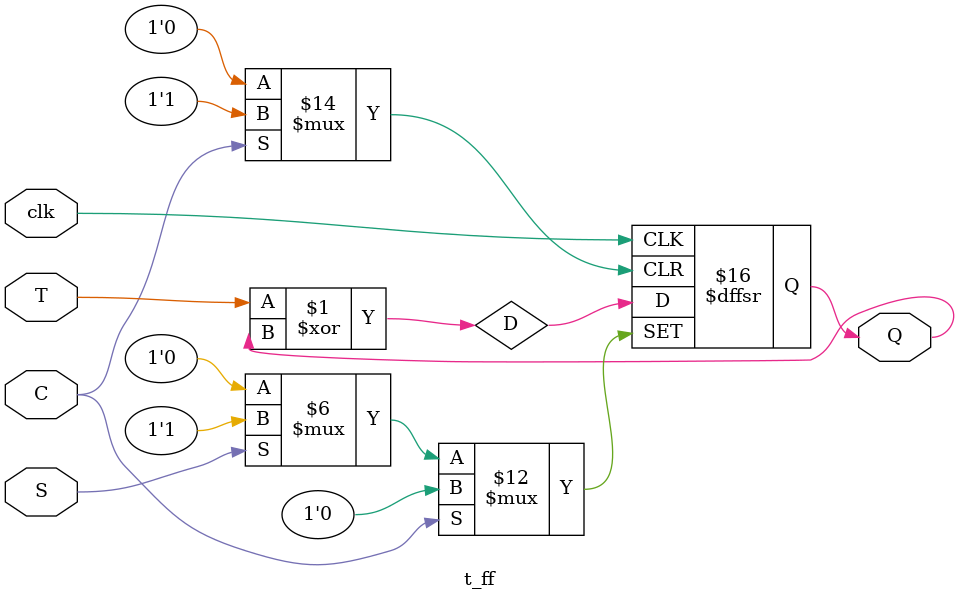
<source format=v>


module t_ff (
  input T,
  input S,
  input C,
  input clk,
  output reg Q
);

  wire Qbar;
  wire D;

  assign D = T ^ Q;
  
  always @(posedge clk or posedge C or posedge S)
  begin
    if (C)
      Q <= 1'b0;
    else if (S)
      Q <= 1'b1;
    else
      Q <= D;
  end

  assign Qbar = ~Q;

endmodule

</source>
